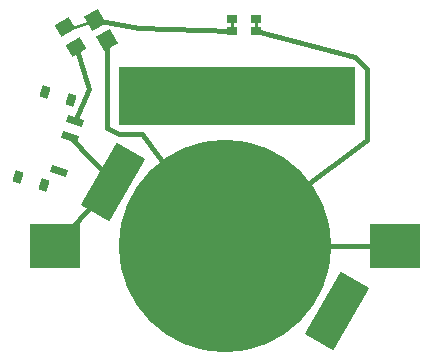
<source format=gbl>
G04 Layer: BottomLayer*
G04 EasyEDA v6.5.22, 2023-01-18 18:11:45*
G04 3f45770606e946e99412526f685ae31c,41bbaa2022c14ae6819927e2b53804d3,10*
G04 Gerber Generator version 0.2*
G04 Scale: 100 percent, Rotated: No, Reflected: No *
G04 Dimensions in millimeters *
G04 leading zeros omitted , absolute positions ,4 integer and 5 decimal *
%FSLAX45Y45*%
%MOMM*%

%AMMACRO1*21,1,$1,$2,0,0,$3*%
%AMMACRO2*4,1,4,2.7338,1.9411,0.3142,3.3381,-2.7338,-1.9411,-0.3142,-3.3381,2.7338,1.9411,0*%
%AMMACRO3*4,1,4,0.3142,3.3381,-2.7338,-1.9411,-0.3142,-3.3381,2.7338,1.9411,0.3142,3.3381,0*%
%ADD10C,0.4000*%
%ADD11C,0.2540*%
%ADD12R,20.0000X5.0000*%
%ADD13MACRO1,4.2X3.8X0.0000*%
%ADD14MACRO1,1.35X1.41X-149.9989*%
%ADD15MACRO1,0.8X0.7X0.0000*%
%ADD16MACRO1,1.377X1.1325X-149.9995*%
%ADD17MACRO1,0.6X1.4X-108.0016*%
%ADD18MACRO1,0.6X1.4X-108.0008*%
%ADD19MACRO1,1X0.7X-108.0028*%
%ADD20MACRO1,1X0.7X-108.0033*%
%ADD21MACRO1,1X0.7X-108.0014*%
%ADD22MACRO2*%
%ADD23C,18.0000*%
%ADD24MACRO3*%

%LPD*%
D10*
X-5999988Y1043393D02*
G01*
X-5999988Y299999D01*
X-5899988Y249999D01*
X-5699988Y249999D01*
X-4999990Y-699998D01*
X-6259987Y983396D02*
G01*
X-6149987Y629998D01*
X-6270249Y362178D01*
X-6099987Y1216601D02*
G01*
X-5729988Y1149997D01*
X-4940587Y1120838D01*
X-6316472Y219455D02*
G01*
X-5945886Y-153923D01*
X-6438493Y-699998D02*
G01*
X-5945863Y-153898D01*
X-3561486Y-699998D02*
G01*
X-4999990Y-699998D01*
X-4999990Y-699998D02*
G01*
X-3799992Y199999D01*
X-3799992Y799998D01*
X-3899992Y899998D01*
X-4740587Y1120838D01*
D11*
X-4940554Y1220723D02*
G01*
X-4940554Y1120902D01*
X-6320028Y1139952D02*
G01*
X-6097016Y1218184D01*
X-4740656Y1220723D02*
G01*
X-4740656Y1120902D01*
D12*
G01*
X-4896045Y568012D03*
D13*
G01*
X-6438493Y-699998D03*
G01*
X-3561486Y-699998D03*
D14*
G01*
X-5999986Y1043393D03*
G01*
X-6099990Y1216602D03*
D15*
G01*
X-4940587Y1220849D03*
G01*
X-4940587Y1120849D03*
G01*
X-4740587Y1220849D03*
G01*
X-4740587Y1120849D03*
D16*
G01*
X-6259984Y983391D03*
G01*
X-6359989Y1156604D03*
D17*
G01*
X-6316599Y219525D03*
G01*
X-6270245Y362179D03*
D18*
G01*
X-6409305Y-65791D03*
D19*
G01*
X-6756783Y-115867D03*
D20*
G01*
X-6538040Y-186938D03*
D21*
G01*
X-6303189Y535865D03*
G01*
X-6521932Y606936D03*
D22*
G01*
X-4054116Y-1246098D03*
D23*
G01*
X-4999990Y-699998D03*
D24*
G01*
X-5945863Y-153898D03*
M02*

</source>
